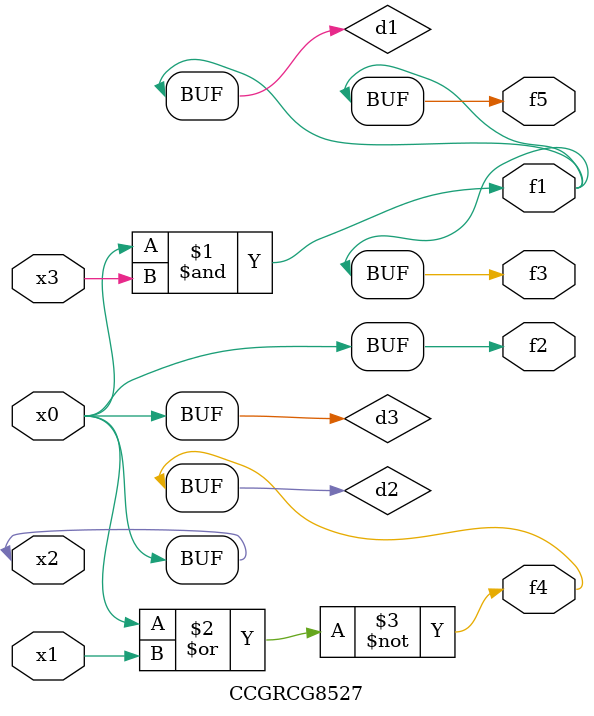
<source format=v>
module CCGRCG8527(
	input x0, x1, x2, x3,
	output f1, f2, f3, f4, f5
);

	wire d1, d2, d3;

	and (d1, x2, x3);
	nor (d2, x0, x1);
	buf (d3, x0, x2);
	assign f1 = d1;
	assign f2 = d3;
	assign f3 = d1;
	assign f4 = d2;
	assign f5 = d1;
endmodule

</source>
